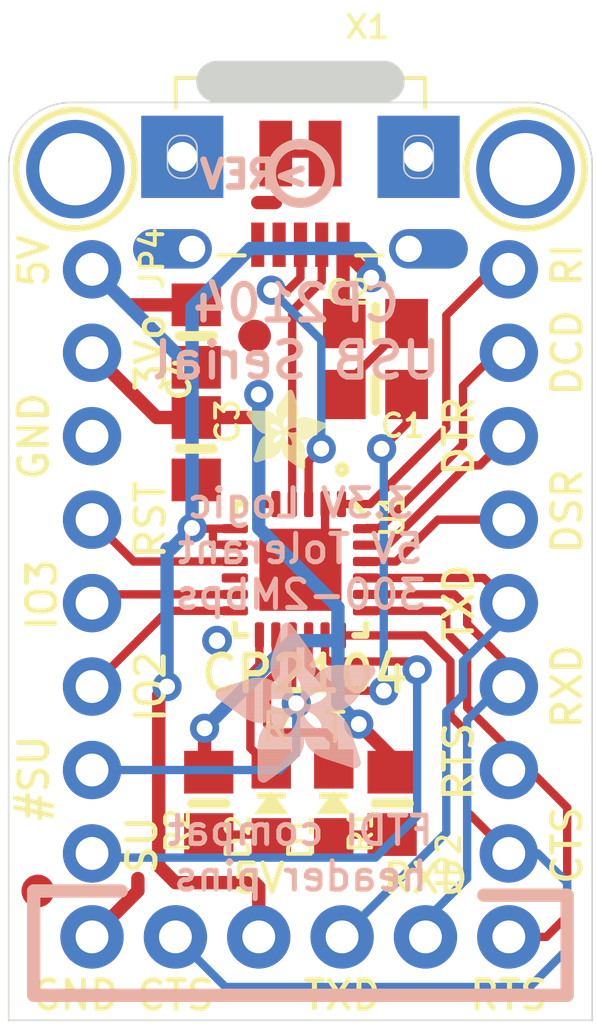
<source format=kicad_pcb>
(kicad_pcb (version 20211014) (generator pcbnew)
  (layers (0 "F.Cu" signal) (31 "B.Cu" signal) (34 "B.Paste" user) (35 "F.Paste" user) (36 "B.SilkS" user "B.Silkscreen") (37 "F.SilkS" user "F.Silkscreen") (38 "B.Mask" user) (39 "F.Mask" user) (44 "Edge.Cuts" user))
  (net 0 "")
  (net 1 "N$2")
  (net 2 "N$3")
  (net 3 "GND")
  (net 4 "N$4")
  (net 5 "VBUS")
  (net 6 "3.3V")
  (net 7 "N$1")
  (net 8 "N$5")
  (net 9 "N$6")
  (net 10 "N$7")
  (net 11 "RXD")
  (net 12 "TXD")
  (net 13 "CTS")
  (net 14 "RTS")
  (net 15 "GPIO2")
  (net 16 "GPIO3")
  (net 17 "RI")
  (net 18 "DCD")
  (net 19 "DTR")
  (net 20 "DSR")
  (net 21 "SUSP")
  (net 22 "#SUSP")
  (net 23 "RST")
  (footprint "boardEagle:0805-NO" (layer "F.Cu") (at 145.3261 98.7681 -90)
    (fp_text reference "C4" (at 2.032 0.127 -90) (layer "F.SilkS") (effects (font (size 0.666496 0.666496) (thickness 0.146304)) (justify left bottom)))
    (fp_text value "0.1uF")
    (pad "1" smd rect (at -0.95 0 270) (size 1.3 1.5) (layers "F.Cu" "F.Paste" "F.Mask") (net 5 "VBUS"))
    (pad "2" smd rect (at 0.95 0 270) (size 1.3 1.5) (layers "F.Cu" "F.Paste" "F.Mask") (net 3 "GND"))
  )
  (footprint "boardEagle:CHIPLED_0805_NOOUTLINE" (layer "F.Cu") (at 147.6121 112.9921)
    (fp_text reference "D2" (at -1.016 1.778 90) (layer "F.SilkS") (effects (font (size 0.692831 0.692831) (thickness 0.119969)) (justify left)))
    (fp_text value "GREEN")
    (pad "A" smd rect (at 0 1.05) (size 1.2 1.2) (layers "F.Cu" "F.Paste" "F.Mask") (net 8 "N$5"))
    (pad "C" smd rect (at 0 -1.05) (size 1.2 1.2) (layers "F.Cu" "F.Paste" "F.Mask") (net 10 "N$7"))
  )
  (footprint "boardEagle:FIDUCIAL_1MM" (layer "F.Cu") (at 147.1041 98.7681)
    (fp_text reference "FID2" hide)
    (fp_text value "FIDUCIAL\"\"" hide)
    (pad "1" smd roundrect (at 0 0) (size 1 1) (layers "F.Cu" "F.Mask") (roundrect_rratio 0.5))
  )
  (footprint "boardEagle:1X08_ROUND_70" (layer "F.Cu") (at 142.1511 105.6261 -90)
    (fp_text reference "JP4" (at -10.2362 -1.8288 90) (layer "F.SilkS") (effects (font (size 0.692831 0.692831) (thickness 0.119969)) (justify right)))
    (fp_text value "Control")
    (pad "1" thru_hole circle (at -8.89 0) (size 1.778 1.778) (drill 1) (layers *.Cu *.Mask) (net 5 "VBUS"))
    (pad "2" thru_hole circle (at -6.35 0) (size 1.778 1.778) (drill 1) (layers *.Cu *.Mask) (net 6 "3.3V"))
    (pad "3" thru_hole circle (at -3.81 0) (size 1.778 1.778) (drill 1) (layers *.Cu *.Mask) (net 3 "GND"))
    (pad "4" thru_hole circle (at -1.27 0) (size 1.778 1.778) (drill 1) (layers *.Cu *.Mask) (net 23 "RST"))
    (pad "5" thru_hole circle (at 1.27 0) (size 1.778 1.778) (drill 1) (layers *.Cu *.Mask) (net 16 "GPIO3"))
    (pad "6" thru_hole circle (at 3.81 0) (size 1.778 1.778) (drill 1) (layers *.Cu *.Mask) (net 15 "GPIO2"))
    (pad "7" thru_hole circle (at 6.35 0) (size 1.778 1.778) (drill 1) (layers *.Cu *.Mask) (net 22 "#SUSP"))
    (pad "8" thru_hole circle (at 8.89 0) (size 1.778 1.778) (drill 1) (layers *.Cu *.Mask) (net 21 "SUSP"))
  )
  (footprint "boardEagle:MOUNTINGHOLE_2.0_PLATED" (layer "F.Cu") (at 155.3591 93.6881)
    (fp_text reference "U$18" hide)
    (fp_text value "MOUNTINGHOLE2.0" hide)
    (pad "P$1" thru_hole circle (at 0 0) (size 3 3) (drill 2.2) (layers *.Cu *.Mask))
  )
  (footprint "boardEagle:0805-NO" (layer "F.Cu") (at 150.7871 98.3871)
    (fp_text reference "C2" (at -1.5875 -0.9525) (layer "F.SilkS") (effects (font (size 0.692831 0.692831) (thickness 0.119969)) (justify left)))
    (fp_text value "10uF")
    (pad "1" smd rect (at -0.95 0) (size 1.3 1.5) (layers "F.Cu" "F.Paste" "F.Mask") (net 5 "VBUS"))
    (pad "2" smd rect (at 0.95 0) (size 1.3 1.5) (layers "F.Cu" "F.Paste" "F.Mask") (net 3 "GND"))
  )
  (footprint "boardEagle:FIDUCIAL_1MM" (layer "F.Cu") (at 140.5001 115.6591)
    (fp_text reference "FID1" hide)
    (fp_text value "FIDUCIAL\"\"" hide)
    (pad "1" smd roundrect (at 0 0) (size 1 1) (layers "F.Cu" "F.Mask") (roundrect_rratio 0.5))
  )
  (footprint "boardEagle:0805-NO" (layer "F.Cu") (at 145.7071 112.9921 90)
    (fp_text reference "R2" (at -1.5875 -0.9525 90) (layer "F.SilkS") (effects (font (size 0.692831 0.692831) (thickness 0.119969)) (justify left)))
    (fp_text value "1K")
    (pad "1" smd rect (at -0.95 0 90) (size 1.3 1.5) (layers "F.Cu" "F.Paste" "F.Mask") (net 8 "N$5"))
    (pad "2" smd rect (at 0.95 0 90) (size 1.3 1.5) (layers "F.Cu" "F.Paste" "F.Mask") (net 6 "3.3V"))
  )
  (footprint "boardEagle:1X08_ROUND_70" (layer "F.Cu") (at 154.8511 105.6261 90)
    (fp_text reference "JP2" (at -10.2362 -1.8288 90) (layer "F.SilkS") (effects (font (size 0.692831 0.692831) (thickness 0.119969)) (justify left)))
    (fp_text value "Modem")
    (pad "1" thru_hole circle (at -8.89 0 180) (size 1.778 1.778) (drill 1) (layers *.Cu *.Mask) (net 13 "CTS"))
    (pad "2" thru_hole circle (at -6.35 0 180) (size 1.778 1.778) (drill 1) (layers *.Cu *.Mask) (net 14 "RTS"))
    (pad "3" thru_hole circle (at -3.81 0 180) (size 1.778 1.778) (drill 1) (layers *.Cu *.Mask) (net 11 "RXD"))
    (pad "4" thru_hole circle (at -1.27 0 180) (size 1.778 1.778) (drill 1) (layers *.Cu *.Mask) (net 12 "TXD"))
    (pad "5" thru_hole circle (at 1.27 0 180) (size 1.778 1.778) (drill 1) (layers *.Cu *.Mask) (net 20 "DSR"))
    (pad "6" thru_hole circle (at 3.81 0 180) (size 1.778 1.778) (drill 1) (layers *.Cu *.Mask) (net 19 "DTR"))
    (pad "7" thru_hole circle (at 6.35 0 180) (size 1.778 1.778) (drill 1) (layers *.Cu *.Mask) (net 18 "DCD"))
    (pad "8" thru_hole circle (at 8.89 0 180) (size 1.778 1.778) (drill 1) (layers *.Cu *.Mask) (net 17 "RI"))
  )
  (footprint "boardEagle:0805-NO" (layer "F.Cu") (at 145.3261 102.1971 -90)
    (fp_text reference "C3" (at -1.5875 -0.9525 90) (layer "F.SilkS") (effects (font (size 0.692831 0.692831) (thickness 0.119969)) (justify right)))
    (fp_text value "10uF")
    (pad "1" smd rect (at -0.95 0 270) (size 1.3 1.5) (layers "F.Cu" "F.Paste" "F.Mask") (net 6 "3.3V"))
    (pad "2" smd rect (at 0.95 0 270) (size 1.3 1.5) (layers "F.Cu" "F.Paste" "F.Mask") (net 3 "GND"))
  )
  (footprint "boardEagle:MOUNTINGHOLE_2.0_PLATED" (layer "F.Cu") (at 141.6431 93.6881)
    (fp_text reference "U$19" hide)
    (fp_text value "MOUNTINGHOLE2.0" hide)
    (pad "P$1" thru_hole circle (at 0 0) (size 3 3) (drill 2.2) (layers *.Cu *.Mask))
  )
  (footprint "boardEagle:4UCONN_20329_V2" (layer "F.Cu") (at 148.5011 95.2121 180)
    (fp_text reference "X1" (at -2.778 5.852) (layer "F.SilkS") (effects (font (size 0.692831 0.692831) (thickness 0.119969)) (justify right)))
    (fp_text value "20329")
    (fp_line (start 4.05 1.6) (end 4.05 2.2) (layer "Edge.Cuts") (width 0.05))
    (fp_line (start -3.15 1.6) (end -3.15 2.15) (layer "Edge.Cuts") (width 0.05))
    (fp_line (start -3.5 2.55) (end -3.7 2.55) (layer "Edge.Cuts") (width 0.05))
    (fp_line (start -4.05 2.15) (end -4.05 1.6) (layer "Edge.Cuts") (width 0.05))
    (fp_line (start -3.7 1.25) (end -3.5 1.25) (layer "Edge.Cuts") (width 0.05))
    (fp_line (start 3.15 2.2) (end 3.15 1.6) (layer "Edge.Cuts") (width 0.05))
    (fp_arc (start 3.6 1.25) (mid 3.897487 1.331802) (end 4.05 1.6) (layer "Edge.Cuts") (width 0.05))
    (fp_arc (start 3.15 1.6) (mid 3.302513 1.331802) (end 3.6 1.25) (layer "Edge.Cuts") (width 0.05))
    (fp_arc (start -3.15 2.15) (mid -3.242157 2.422487) (end -3.5 2.55) (layer "Edge.Cuts") (width 0.05))
    (fp_arc (start -3.5 1.25) (mid -3.252513 1.352513) (end -3.15 1.6) (layer "Edge.Cuts") (width 0.05))
    (fp_arc (start 3.6 2.55) (mid 3.302513 2.468198) (end 3.15 2.2) (layer "Edge.Cuts") (width 0.05))
    (fp_arc (start 4.05 2.2) (mid 3.897487 2.468198) (end 3.6 2.55) (layer "Edge.Cuts") (width 0.05))
    (fp_arc (start -4.05 1.6) (mid -3.947487 1.352513) (end -3.7 1.25) (layer "Edge.Cuts") (width 0.05))
    (fp_arc (start -3.7 2.55) (mid -3.957843 2.422487) (end -4.05 2.15) (layer "Edge.Cuts") (width 0.05))
    (pad "" np_thru_hole circle (at -1.95 0 180) (size 0.7 0.7) (drill 0.7) (layers *.Cu *.Mask))
    (pad "" np_thru_hole circle (at 1.95 0 180) (size 0.7 0.7) (drill 0.7) (layers *.Cu *.Mask))
    (pad "BASE@1" smd rect (at -0.75 2 270) (size 2 1) (layers "F.Cu" "F.Paste" "F.Mask") (net 3 "GND"))
    (pad "BASE@2" smd rect (at 0.75 2 270) (size 2 1) (layers "F.Cu" "F.Paste" "F.Mask") (net 3 "GND"))
    (pad "D+" smd rect (at 0 -0.775 180) (size 0.4 1.35) (layers "F.Cu" "F.Paste") (net 1 "N$2"))
    (pad "D-" smd rect (at -0.65 -0.775 180) (size 0.4 1.35) (layers "F.Cu" "F.Paste") (net 2 "N$3"))
    (pad "GND" smd rect (at 1.3 -0.775 180) (size 0.4 1.35) (layers "F.Cu" "F.Paste") (net 3 "GND"))
    (pad "ID" smd rect (at 0.65 -0.775 180) (size 0.4 1.35) (layers "F.Cu" "F.Paste"))
    (pad "SPRT@1" thru_hole oval (at -3.3 -0.9) (size 2.4 1.2) (drill 0.8 (offset 0.6 0)) (layers *.Cu *.Mask) (net 3 "GND"))
    (pad "SPRT@2" thru_hole oval (at 3.3 -0.9 180) (size 2.4 1.2) (drill 0.8 (offset 0.6 0)) (layers *.Cu *.Mask) (net 3 "GND"))
    (pad "SPRT@3" thru_hole rect (at -3.6 1.9 270) (size 2.5 2.5) (drill 0.9) (layers *.Cu *.Mask) (net 3 "GND"))
    (pad "SPRT@4" thru_hole rect (at 3.6 1.9 270) (size 2.5 2.5) (drill 0.9) (layers *.Cu *.Mask) (net 3 "GND"))
    (pad "VBUS" smd rect (at -1.3 -0.775 180) (size 0.4 1.35) (layers "F.Cu" "F.Paste") (net 5 "VBUS"))
  )
  (footprint "boardEagle:0805-NO" (layer "F.Cu") (at 151.2951 112.9921 90)
    (fp_text reference "R1" (at -1.5875 -0.9525 90) (layer "F.SilkS") (effects (font (size 0.692831 0.692831) (thickness 0.119969)) (justify left)))
    (fp_text value "1K")
    (pad "1" smd rect (at -0.95 0 90) (size 1.3 1.5) (layers "F.Cu" "F.Paste" "F.Mask") (net 7 "N$1"))
    (pad "2" smd rect (at 0.95 0 90) (size 1.3 1.5) (layers "F.Cu" "F.Paste" "F.Mask") (net 6 "3.3V"))
  )
  (footprint "boardEagle:CHIPLED_0805_NOOUTLINE" (layer "F.Cu") (at 149.5171 112.9921)
    (fp_text reference "D1" (at -1.016 1.778 90) (layer "F.SilkS") (effects (font (size 0.692831 0.692831) (thickness 0.119969)) (justify left)))
    (fp_text value "RED")
    (pad "A" smd rect (at 0 1.05) (size 1.2 1.2) (layers "F.Cu" "F.Paste" "F.Mask") (net 7 "N$1"))
    (pad "C" smd rect (at 0 -1.05) (size 1.2 1.2) (layers "F.Cu" "F.Paste" "F.Mask") (net 9 "N$6"))
  )
  (footprint "boardEagle:ADAFRUIT_2.5MM" (layer "F.Cu") (at 146.8501 102.8321)
    (fp_text reference "U$8" hide)
    (fp_text value "" hide)
  )
  (footprint "boardEagle:1X06_ROUND_76" (layer "F.Cu") (at 148.5011 117.0561)
    (fp_text reference "JP1" hide)
    (fp_text value "FTDI")
    (pad "1" thru_hole circle (at -6.35 0 90) (size 1.9304 1.9304) (drill 1) (layers *.Cu *.Mask) (net 3 "GND"))
    (pad "2" thru_hole circle (at -3.81 0 90) (size 1.9304 1.9304) (drill 1) (layers *.Cu *.Mask) (net 13 "CTS"))
    (pad "3" thru_hole circle (at -1.27 0 90) (size 1.9304 1.9304) (drill 1) (layers *.Cu *.Mask) (net 5 "VBUS"))
    (pad "4" thru_hole circle (at 1.27 0 90) (size 1.9304 1.9304) (drill 1) (layers *.Cu *.Mask) (net 12 "TXD"))
    (pad "5" thru_hole circle (at 3.81 0 90) (size 1.9304 1.9304) (drill 1) (layers *.Cu *.Mask) (net 11 "RXD"))
    (pad "6" thru_hole circle (at 6.35 0 90) (size 1.9304 1.9304) (drill 1) (layers *.Cu *.Mask) (net 14 "RTS"))
  )
  (footprint "boardEagle:0805-NO" (layer "F.Cu") (at 150.7871 100.5461 180)
    (fp_text reference "C1" (at -1.5875 -0.9525) (layer "F.SilkS") (effects (font (size 0.692831 0.692831) (thickness 0.119969)) (justify right)))
    (fp_text value "10uF")
    (pad "1" smd rect (at -0.95 0 180) (size 1.3 1.5) (layers "F.Cu" "F.Paste" "F.Mask") (net 4 "N$4"))
    (pad "2" smd rect (at 0.95 0 180) (size 1.3 1.5) (layers "F.Cu" "F.Paste" "F.Mask") (net 3 "GND"))
  )
  (footprint "boardEagle:QFN24_4MM_SMSC" (layer "F.Cu") (at 148.5011 105.8801 -90)
    (fp_text reference "U1" (at -2.45 -2.8 90) (layer "F.SilkS") (effects (font (size 0.692831 0.692831) (thickness 0.119969)) (justify right)))
    (fp_text value "CP2104")
    (pad "1" smd roundrect (at -2 -1.25 90) (size 0.8 0.28) (layers "F.Cu" "F.Paste" "F.Mask") (net 17 "RI"))
    (pad "2" smd roundrect (at -2 -0.75 90) (size 0.8 0.28) (layers "F.Cu" "F.Paste" "F.Mask") (net 3 "GND"))
    (pad "3" smd roundrect (at -2 -0.25 90) (size 0.8 0.28) (layers "F.Cu" "F.Paste" "F.Mask") (net 1 "N$2"))
    (pad "4" smd roundrect (at -2 0.25 90) (size 0.8 0.28) (layers "F.Cu" "F.Paste" "F.Mask") (net 2 "N$3"))
    (pad "5" smd roundrect (at -2 0.75 90) (size 0.8 0.28) (layers "F.Cu" "F.Paste" "F.Mask") (net 6 "3.3V"))
    (pad "6" smd roundrect (at -2 1.25 90) (size 0.8 0.28) (layers "F.Cu" "F.Paste" "F.Mask") (net 6 "3.3V"))
    (pad "7" smd roundrect (at -1.25 2) (size 0.8 0.28) (layers "F.Cu" "F.Paste" "F.Mask") (net 5 "VBUS"))
    (pad "8" smd roundrect (at -0.75 2) (size 0.8 0.28) (layers "F.Cu" "F.Paste" "F.Mask") (net 5 "VBUS"))
    (pad "9" smd roundrect (at -0.25 2) (size 0.8 0.28) (layers "F.Cu" "F.Paste" "F.Mask") (net 23 "RST"))
    (pad "10" smd roundrect (at 0.25 2) (size 0.8 0.28) (layers "F.Cu" "F.Paste" "F.Mask"))
    (pad "11" smd roundrect (at 0.75 2) (size 0.8 0.28) (layers "F.Cu" "F.Paste" "F.Mask") (net 16 "GPIO3"))
    (pad "12" smd roundrect (at 1.25 2) (size 0.8 0.28) (layers "F.Cu" "F.Paste" "F.Mask") (net 15 "GPIO2"))
    (pad "13" smd roundrect (at 2 1.25 270) (size 0.8 0.28) (layers "F.Cu" "F.Paste" "F.Mask") (net 10 "N$7"))
    (pad "14" smd roundrect (at 2 0.75 270) (size 0.8 0.28) (layers "F.Cu" "F.Paste" "F.Mask") (net 9 "N$6"))
    (pad "15" smd roundrect (at 2 0.25 270) (size 0.8 0.28) (layers "F.Cu" "F.Paste" "F.Mask") (net 22 "#SUSP"))
    (pad "16" smd roundrect (at 2 -0.25 270) (size 0.8 0.28) (layers "F.Cu" "F.Paste" "F.Mask") (net 4 "N$4"))
    (pad "17" smd roundrect (at 2 -0.75 270) (size 0.8 0.28) (layers "F.Cu" "F.Paste" "F.Mask") (net 21 "SUSP"))
    (pad "18" smd roundrect (at 2 -1.25 270) (size 0.8 0.28) (layers "F.Cu" "F.Paste" "F.Mask") (net 13 "CTS"))
    (pad "19" smd roundrect (at 1.25 -2 180) (size 0.8 0.28) (layers "F.Cu" "F.Paste" "F.Mask") (net 14 "RTS"))
    (pad "20" smd roundrect (at 0.75 -2 180) (size 0.8 0.28) (layers "F.Cu" "F.Paste" "F.Mask") (net 11 "RXD"))
    (pad "21" smd roundrect (at 0.25 -2 180) (size 0.8 0.28) (layers "F.Cu" "F.Paste" "F.Mask") (net 12 "TXD"))
    (pad "22" smd roundrect (at -0.25 -2 180) (size 0.8 0.28) (layers "F.Cu" "F.Paste" "F.Mask") (net 20 "DSR"))
    (pad "23" smd roundrect (at -0.75 -2 180) (size 0.8 0.28) (layers "F.Cu" "F.Paste" "F.Mask") (net 19 "DTR"))
    (pad "24" smd roundrect (at -1.25 -2 180) (size 0.8 0.28) (layers "F.Cu" "F.Paste" "F.Mask") (net 18 "DCD"))
    (pad "THERM" smd rect (at 0 0 270) (size 2.5 2.5) (layers "F.Cu" "F.Mask") (net 3 "GND"))
  )
  (footprint "boardEagle:ADAFRUIT_5MM" (layer "B.Cu") (at 150.7871 112.3571 180)
    (fp_text reference "U$22" hide)
    (fp_text value "" hide)
  )
  (footprint "boardEagle:PCBFEAT-REV-040" (layer "B.Cu") (at 148.5011 93.8151 180)
    (fp_text reference "U$17" hide)
    (fp_text value "" hide)
    (fp_text user ">REV" (at -0.3556 -0.508) (layer "B.SilkS") (effects (font (size 0.8128 0.8128) (thickness 0.2032)) (justify left bottom mirror)))
  )
  (gr_line (start 156.6291 118.8341) (end 156.6291 115.7861) (layer "B.SilkS") (width 0.4064))
  (gr_line (start 140.3731 115.6591) (end 140.3731 118.8341) (layer "B.SilkS") (width 0.4064))
  (gr_line (start 156.6291 115.7861) (end 154.0891 115.7861) (layer "B.SilkS") (width 0.4064))
  (gr_line (start 143.0401 115.6591) (end 140.3731 115.6591) (layer "B.SilkS") (width 0.4064))
  (gr_line (start 140.3731 118.8341) (end 156.6291 118.8341) (layer "B.SilkS") (width 0.4064))
  (gr_arc (start 155.4861 91.6561) (mid 156.833138 92.214062) (end 157.3911 93.5611) (layer "Edge.Cuts") (width 0.05))
  (gr_line (start 157.3911 93.5611) (end 157.3911 119.5961) (layer "Edge.Cuts") (width 0.05))
  (gr_line (start 157.3911 119.5961) (end 139.6111 119.5961) (layer "Edge.Cuts") (width 0.05))
  (gr_arc (start 139.6111 93.5611) (mid 140.169062 92.214062) (end 141.5161 91.6561) (layer "Edge.Cuts") (width 0.05))
  (gr_line (start 141.5161 91.6561) (end 155.4861 91.6561) (layer "Edge.Cuts") (width 0.05))
  (gr_line (start 145.9611 91.0211) (end 151.0411 91.0211) (layer "Edge.Cuts") (width 1.27))
  (gr_line (start 139.6111 119.5961) (end 139.6111 93.5611) (layer "Edge.Cuts") (width 0.05))
  (gr_text "FTDI compat\nheader pins" (at 148.5011 114.5161) (layer "B.SilkS") (effects (font (size 0.8636 0.8636) (thickness 0.1524)) (justify mirror)))
  (gr_text "3.3V Logic\n5V Tolerant\n300-2Mbps" (at 148.5011 105.2451) (layer "B.SilkS") (effects (font (size 0.8636 0.8636) (thickness 0.1524)) (justify mirror)))
  (gr_text "CP2104\nUSB Serial" (at 148.3741 98.6411) (layer "B.SilkS") (effects (font (size 1.0795 1.0795) (thickness 0.1905)) (justify mirror)))
  (gr_text "5V" (at 140.3731 96.4821 90) (layer "F.SilkS") (effects (font (size 0.8636 0.8636) (thickness 0.1524))))
  (gr_text "DCD" (at 156.6291 99.2761 90) (layer "F.SilkS") (effects (font (size 0.8636 0.8636) (thickness 0.1524))))
  (gr_text "CP2104" (at 148.6281 109.0551) (layer "F.SilkS") (effects (font (size 1.0795 1.0795) (thickness 0.1905))))
  (gr_text "IO2" (at 143.9291 109.4361 90) (layer "F.SilkS") (effects (font (size 0.8636 0.8636) (thickness 0.1524))))
  (gr_text "RST" (at 143.9291 104.3561 90) (layer "F.SilkS") (effects (font (size 0.8636 0.8636) (thickness 0.1524))))
  (gr_text "IO3" (at 140.6271 106.6421 90) (layer "F.SilkS") (effects (font (size 0.8636 0.8636) (thickness 0.1524))))
  (gr_text "#SU" (at 140.3731 112.2301 90) (layer "F.SilkS") (effects (font (size 0.8636 0.8636) (thickness 0.1524))))
  (gr_text "SU" (at 143.6751 114.2621 90) (layer "F.SilkS") (effects (font (size 0.8636 0.8636) (thickness 0.1524))))
  (gr_text "GND" (at 140.3731 101.8161 90) (layer "F.SilkS") (effects (font (size 0.8636 0.8636) (thickness 0.1524))))
  (gr_text "T" (at 149.1361 111.2141) (layer "F.SilkS") (effects (font (size 0.89408 0.89408) (thickness 0.12192)) (justify left bottom)))
  (gr_text "GND" (at 141.6431 118.8341) (layer "F.SilkS") (effects (font (size 0.8636 0.8636) (thickness 0.1524))))
  (gr_text "RTS" (at 154.8511 118.8341) (layer "F.SilkS") (effects (font (size 0.8636 0.8636) (thickness 0.1524))))
  (gr_text "CTS" (at 156.6291 114.2621 90) (layer "F.SilkS") (effects (font (size 0.8636 0.8636) (thickness 0.1524))))
  (gr_text "RXD" (at 156.6291 109.4361 90) (layer "F.SilkS") (effects (font (size 0.8636 0.8636) (thickness 0.1524))))
  (gr_text "CTS" (at 144.6911 118.8341) (layer "F.SilkS") (effects (font (size 0.8636 0.8636) (thickness 0.1524))))
  (gr_text "RI" (at 156.6291 96.6091 90) (layer "F.SilkS") (effects (font (size 0.8636 0.8636) (thickness 0.1524))))
  (gr_text "RTS" (at 153.3271 111.7221 90) (layer "F.SilkS") (effects (font (size 0.8636 0.8636) (thickness 0.1524))))
  (gr_text "DSR" (at 156.6291 104.1021 90) (layer "F.SilkS") (effects (font (size 0.8636 0.8636) (thickness 0.1524))))
  (gr_text "5V" (at 147.2311 115.2781) (layer "F.SilkS") (effects (font (size 0.8636 0.8636) (thickness 0.1524))))
  (gr_text "RXD" (at 152.3111 115.2781) (layer "F.SilkS") (effects (font (size 0.8636 0.8636) (thickness 0.1524))))
  (gr_text "3Vo" (at 143.9291 99.2761 90) (layer "F.SilkS") (effects (font (size 0.8636 0.8636) (thickness 0.1524))))
  (gr_text "DTR" (at 153.3271 101.8161 90) (layer "F.SilkS") (effects (font (size 0.8636 0.8636) (thickness 0.1524))))
  (gr_text "R" (at 147.2311 111.2141) (layer "F.SilkS") (effects (font (size 0.89408 0.89408) (thickness 0.12192)) (justify left bottom)))
  (gr_text "TXD" (at 153.3271 106.8961 90) (layer "F.SilkS") (effects (font (size 0.8636 0.8636) (thickness 0.1524))))
  (gr_text "TXD" (at 149.7711 118.8341) (layer "F.SilkS") (effects (font (size 0.8636 0.8636) (thickness 0.1524))))
  (segment (start 148.5011 95.9871) (end 148.5011 96.9901) (width 0.254) (layer "F.Cu") (net 1))
  (segment (start 149.1361 102.1971) (end 148.7511 102.5821) (width 0.254) (layer "F.Cu") (net 1))
  (segment (start 148.5011 96.9901) (end 148.1201 97.3711) (width 0.254) (layer "F.Cu") (net 1))
  (segment (start 148.1201 97.3711) (end 147.6121 97.3711) (width 0.254) (layer "F.Cu") (net 1))
  (segment (start 148.7511 102.5821) (end 148.7511 103.8801) (width 0.254) (layer "F.Cu") (net 1))
  (via (at 149.1361 102.1971) (size 0.889) (drill 0.4826) (layers "F.Cu" "B.Cu") (net 1))
  (via (at 147.6121 97.3711) (size 0.889) (drill 0.4826) (layers "F.Cu" "B.Cu") (net 1))
  (segment (start 149.1361 98.8951) (end 149.1361 102.1971) (width 0.254) (layer "B.Cu") (net 1))
  (segment (start 147.6121 97.3711) (end 149.1361 98.8951) (width 0.254) (layer "B.Cu") (net 1))
  (segment (start 149.1511 97.1021) (end 148.2511 98.0021) (width 0.254) (layer "F.Cu") (net 2))
  (segment (start 148.2511 98.0021) (end 148.2511 103.8801) (width 0.254) (layer "F.Cu") (net 2))
  (segment (start 149.1511 95.9871) (end 149.1511 97.1021) (width 0.254) (layer "F.Cu") (net 2))
  (segment (start 149.2511 93.2121) (end 149.3511 93.3121) (width 0.254) (layer "F.Cu") (net 3))
  (segment (start 147.2011 94.7041) (end 147.7391 94.7041) (width 0.4064) (layer "F.Cu") (net 3))
  (segment (start 147.7511 93.2121) (end 149.2511 93.2121) (width 0.254) (layer "F.Cu") (net 3))
  (segment (start 143.5481 115.6591) (end 143.5481 115.2781) (width 0.4064) (layer "F.Cu") (net 3))
  (segment (start 149.8371 100.2871) (end 151.7371 98.3871) (width 0.254) (layer "F.Cu") (net 3))
  (segment (start 149.8371 100.5461) (end 149.8371 100.2871) (width 0.254) (layer "F.Cu") (net 3))
  (segment (start 149.2511 105.8801) (end 148.5011 105.8801) (width 0.254) (layer "F.Cu") (net 3))
  (segment (start 149.2511 103.8801) (end 149.2511 105.8801) (width 0.254) (layer "F.Cu") (net 3))
  (segment (start 142.1511 117.0561) (end 143.5481 115.6591) (width 0.4064) (layer "F.Cu") (net 3))
  (via (at 145.9611 108.0391) (size 0.9064) (drill 0.5) (layers "F.Cu" "B.Cu") (net 3))
  (segment (start 148.7511 108.7971) (end 149.5171 109.5631) (width 0.254) (layer "F.Cu") (net 4))
  (segment (start 151.7371 100.5461) (end 151.7371 101.4351) (width 0.254) (layer "F.Cu") (net 4))
  (segment (start 148.7511 107.8801) (end 148.7511 108.7971) (width 0.254) (layer "F.Cu") (net 4))
  (segment (start 149.5171 109.5631) (end 151.0411 109.5631) (width 0.254) (layer "F.Cu") (net 4))
  (segment (start 151.7371 101.4351) (end 150.9751 102.1971) (width 0.254) (layer "F.Cu") (net 4))
  (via (at 151.0411 109.5631) (size 0.889) (drill 0.4826) (layers "F.Cu" "B.Cu") (net 4))
  (via (at 150.9751 102.1971) (size 0.889) (drill 0.4826) (layers "F.Cu" "B.Cu") (net 4))
  (segment (start 151.0411 102.2631) (end 151.0411 109.5631) (width 0.254) (layer "B.Cu") (net 4))
  (segment (start 150.9751 102.1971) (end 151.0411 102.2631) (width 0.254) (layer "B.Cu") (net 4))
  (segment (start 149.8011 98.3511) (end 149.8371 98.3871) (width 0.4064) (layer "F.Cu") (net 5))
  (segment (start 145.8341 105.1181) (end 146.5011 105.1181) (width 0.254) (layer "F.Cu") (net 5))
  (segment (start 149.8011 96.1311) (end 149.8011 95.9871) (width 0.254) (layer "F.Cu") (net 5))
  (segment (start 147.2311 115.5321) (end 147.1041 115.4051) (width 0.4064) (layer "F.Cu") (net 5))
  (segment (start 145.2191 104.6301) (end 145.1991 104.6101) (width 0.254) (layer "F.Cu") (net 5))
  (segment (start 147.2311 117.0561) (end 147.2311 115.5321) (width 0.4064) (layer "F.Cu") (net 5))
  (segment (start 150.6601 96.9901) (end 149.8011 96.1311) (width 0.4064) (layer "F.Cu") (net 5))
  (segment (start 145.8341 104.6301) (end 145.8341 105.1181) (width 0.254) (layer "F.Cu") (net 5))
  (segment (start 147.1041 115.4051) (end 144.6911 115.4051) (width 0.4064) (layer "F.Cu") (net 5))
  (segment (start 144.6911 115.4051) (end 144.1831 114.8971) (width 0.4064) (layer "F.Cu") (net 5))
  (segment (start 144.1831 114.8971) (end 144.1831 109.6901) (width 0.4064) (layer "F.Cu") (net 5))
  (segment (start 145.3261 97.8181) (end 143.2331 97.8181) (width 0.4064) (layer "F.Cu") (net 5))
  (segment (start 146.5011 104.6301) (end 145.8341 104.6301) (width 0.254) (layer "F.Cu") (net 5))
  (segment (start 143.2331 97.8181) (end 142.1511 96.7361) (width 0.4064) (layer "F.Cu") (net 5))
  (segment (start 145.8341 104.6301) (end 145.2191 104.6301) (width 0.254) (layer "F.Cu") (net 5))
  (segment (start 146.5011 105.1181) (end 146.5011 105.1301) (width 0.254) (layer "F.Cu") (net 5))
  (segment (start 149.8011 95.9871) (end 149.8011 98.3511) (width 0.4064) (layer "F.Cu") (net 5))
  (segment (start 144.1831 109.6901) (end 144.4371 109.4361) (width 0.4064) (layer "F.Cu") (net 5))
  (via (at 150.6601 96.9901) (size 0.889) (drill 0.4826) (layers "F.Cu" "B.Cu") (net 5))
  (via (at 145.1991 104.6101) (size 0.889) (drill 0.4826) (layers "F.Cu" "B.Cu") (net 5))
  (via (at 144.4371 109.4361) (size 0.889) (drill 0.4826) (layers "F.Cu" "B.Cu") (net 5))
  (segment (start 150.4061 96.1011) (end 150.6601 96.3551) (width 0.4064) (layer "B.Cu") (net 5))
  (segment (start 144.5641 105.2451) (end 145.1991 104.6101) (width 0.4064) (layer "B.Cu") (net 5))
  (segment (start 144.4371 109.4361) (end 144.4371 105.2451) (width 0.4064) (layer "B.Cu") (net 5))
  (segment (start 145.1991 97.8791) (end 146.9771 96.1011) (width 0.4064) (layer "B.Cu") (net 5))
  (segment (start 146.9771 96.1011) (end 150.4061 96.1011) (width 0.4064) (layer "B.Cu") (net 5))
  (segment (start 145.1991 99.7841) (end 142.1511 96.7361) (width 0.4064) (layer "B.Cu") (net 5))
  (segment (start 144.4371 105.2451) (end 144.5641 105.2451) (width 0.4064) (layer "B.Cu") (net 5))
  (segment (start 145.1991 97.8791) (end 145.1991 99.7841) (width 0.4064) (layer "B.Cu") (net 5))
  (segment (start 145.1991 104.6101) (end 145.1991 99.7841) (width 0.4064) (layer "B.Cu") (net 5))
  (segment (start 150.6601 96.3551) (end 150.6601 96.9901) (width 0.4064) (layer "B.Cu") (net 5))
  (segment (start 144.1221 101.2471) (end 145.3261 101.2471) (width 0.4064) (layer "F.Cu") (net 6))
  (segment (start 147.7511 103.8801) (end 147.2511 103.8801) (width 0.254) (layer "F.Cu") (net 6))
  (segment (start 142.1511 99.2761) (end 144.1221 101.2471) (width 0.4064) (layer "F.Cu") (net 6))
  (segment (start 145.5801 111.9151) (end 145.7071 112.0421) (width 0.4064) (layer "F.Cu") (net 6))
  (segment (start 145.5801 110.7061) (end 145.5801 111.9151) (width 0.4064) (layer "F.Cu") (net 6))
  (segment (start 147.2511 100.5661) (end 147.2311 100.5461) (width 0.254) (layer "F.Cu") (net 6))
  (segment (start 147.2511 103.8801) (end 147.2511 100.5661) (width 0.254) (layer "F.Cu") (net 6))
  (segment (start 145.3261 101.2471) (end 147.2311 101.2471) (width 0.4064) (layer "F.Cu") (net 6))
  (segment (start 147.2311 101.2471) (end 147.2311 100.5461) (width 0.4064) (layer "F.Cu") (net 6))
  (segment (start 151.2951 111.5951) (end 150.2791 110.5791) (width 0.4064) (layer "F.Cu") (net 6))
  (segment (start 151.2951 112.0421) (end 151.2951 111.5951) (width 0.4064) (layer "F.Cu") (net 6))
  (via (at 150.2791 110.5791) (size 0.889) (drill 0.4826) (layers "F.Cu" "B.Cu") (net 6))
  (via (at 145.5801 110.7061) (size 0.889) (drill 0.4826) (layers "F.Cu" "B.Cu") (net 6))
  (via (at 147.2311 100.5461) (size 0.889) (drill 0.4826) (layers "F.Cu" "B.Cu") (net 6))
  (segment (start 149.5171 108.0391) (end 148.2471 108.0391) (width 0.4064) (layer "B.Cu") (net 6))
  (segment (start 147.2311 104.6101) (end 147.2311 100.5461) (width 0.4064) (layer "B.Cu") (net 6))
  (segment (start 150.2791 110.5791) (end 149.6441 109.9441) (width 0.4064) (layer "B.Cu") (net 6))
  (segment (start 149.6441 107.0231) (end 147.2311 104.6101) (width 0.4064) (layer "B.Cu") (net 6))
  (segment (start 149.5171 108.0391) (end 149.6441 107.9121) (width 0.4064) (layer "B.Cu") (net 6))
  (segment (start 149.6441 107.9121) (end 149.6441 107.0231) (width 0.4064) (layer "B.Cu") (net 6))
  (segment (start 148.2471 108.0391) (end 145.5801 110.7061) (width 0.4064) (layer "B.Cu") (net 6))
  (segment (start 149.6441 109.9441) (end 149.6441 107.9121) (width 0.4064) (layer "B.Cu") (net 6))
  (segment (start 149.5171 114.0421) (end 149.6171 113.9421) (width 0.254) (layer "F.Cu") (net 7))
  (segment (start 149.6171 113.9421) (end 151.2951 113.9421) (width 0.254) (layer "F.Cu") (net 7))
  (segment (start 147.5121 113.9421) (end 145.7071 113.9421) (width 0.254) (layer "F.Cu") (net 8))
  (segment (start 147.6121 114.0421) (end 147.5121 113.9421) (width 0.254) (layer "F.Cu") (net 8))
  (segment (start 147.7391 110.8331) (end 149.2631 110.8331) (width 0.254) (layer "F.Cu") (net 9))
  (segment (start 149.2631 110.8331) (end 149.5171 111.0871) (width 0.254) (layer "F.Cu") (net 9))
  (segment (start 147.7511 107.8801) (end 147.7511 109.0431) (width 0.254) (layer "F.Cu") (net 9))
  (segment (start 149.5171 111.0871) (end 149.5171 111.9421) (width 0.254) (layer "F.Cu") (net 9))
  (segment (start 147.4851 110.5791) (end 147.7391 110.8331) (width 0.254) (layer "F.Cu") (net 9))
  (segment (start 147.7511 109.0431) (end 147.4851 109.3091) (width 0.254) (layer "F.Cu") (net 9))
  (segment (start 147.4851 109.3091) (end 147.4851 110.5791) (width 0.254) (layer "F.Cu") (net 9))
  (segment (start 147.2511 107.8801) (end 147.2511 108.7811) (width 0.254) (layer "F.Cu") (net 10))
  (segment (start 147.2511 108.7811) (end 146.9771 109.0551) (width 0.254) (layer "F.Cu") (net 10))
  (segment (start 146.9771 109.0551) (end 146.9771 111.3071) (width 0.254) (layer "F.Cu") (net 10))
  (segment (start 146.9771 111.3071) (end 147.6121 111.9421) (width 0.254) (layer "F.Cu") (net 10))
  (segment (start 154.8511 108.8011) (end 154.8511 109.4361) (width 0.254) (layer "F.Cu") (net 11))
  (segment (start 150.5011 106.6301) (end 153.1881 106.6301) (width 0.254) (layer "F.Cu") (net 11))
  (segment (start 153.1881 106.6301) (end 153.5811 107.0231) (width 0.254) (layer "F.Cu") (net 11))
  (segment (start 153.5811 107.5311) (end 154.8511 108.8011) (width 0.254) (layer "F.Cu") (net 11))
  (segment (start 153.5811 107.0231) (end 153.5811 107.5311) (width 0.254) (layer "F.Cu") (net 11))
  (segment (start 154.5971 109.4361) (end 154.8511 109.4361) (width 0.254) (layer "B.Cu") (net 11))
  (segment (start 153.5811 115.2781) (end 153.5811 110.4521) (width 0.254) (layer "B.Cu") (net 11))
  (segment (start 152.3111 117.0561) (end 152.3111 116.5481) (width 0.254) (layer "B.Cu") (net 11))
  (segment (start 153.5811 110.4521) (end 154.5971 109.4361) (width 0.254) (layer "B.Cu") (net 11))
  (segment (start 152.3111 116.5481) (end 153.5811 115.2781) (width 0.254) (layer "B.Cu") (net 11))
  (segment (start 154.0851 106.1301) (end 154.8511 106.8961) (width 0.254) (layer "F.Cu") (net 12))
  (segment (start 150.5011 106.1301) (end 154.0851 106.1301) (width 0.254) (layer "F.Cu") (net 12))
  (segment (start 152.9461 110.1981) (end 153.4541 109.6901) (width 0.254) (layer "B.Cu") (net 12))
  (segment (start 149.7711 117.0561) (end 152.9461 113.8811) (width 0.254) (layer "B.Cu") (net 12))
  (segment (start 152.9461 113.8811) (end 152.9461 110.1981) (width 0.254) (layer "B.Cu") (net 12))
  (segment (start 153.4541 108.6741) (end 154.8511 107.2771) (width 0.254) (layer "B.Cu") (net 12))
  (segment (start 154.8511 107.2771) (end 154.8511 106.8961) (width 0.254) (layer "B.Cu") (net 12))
  (segment (start 153.4541 109.6901) (end 153.4541 108.6741) (width 0.254) (layer "B.Cu") (net 12))
  (segment (start 153.5811 110.8331) (end 153.5811 113.2461) (width 0.254) (layer "F.Cu") (net 13))
  (segment (start 152.2791 107.8801) (end 153.0731 108.6741) (width 0.254) (layer "F.Cu") (net 13))
  (segment (start 153.0731 108.6741) (end 153.0731 110.3251) (width 0.254) (layer "F.Cu") (net 13))
  (segment (start 153.0731 110.3251) (end 153.5811 110.8331) (width 0.254) (layer "F.Cu") (net 13))
  (segment (start 149.7511 107.8801) (end 152.2791 107.8801) (width 0.254) (layer "F.Cu") (net 13))
  (segment (start 153.5811 113.2461) (end 154.8511 114.5161) (width 0.254) (layer "F.Cu") (net 13))
  (segment (start 155.4861 118.5801) (end 156.6291 117.4371) (width 0.254) (layer "B.Cu") (net 13))
  (segment (start 144.6911 117.0561) (end 146.2151 118.5801) (width 0.254) (layer "B.Cu") (net 13))
  (segment (start 156.6291 117.4371) (end 156.6291 115.4051) (width 0.254) (layer "B.Cu") (net 13))
  (segment (start 155.7401 114.5161) (end 154.8511 114.5161) (width 0.254) (layer "B.Cu") (net 13))
  (segment (start 156.6291 115.4051) (end 155.7401 114.5161) (width 0.254) (layer "B.Cu") (net 13))
  (segment (start 146.2151 118.5801) (end 155.4861 118.5801) (width 0.254) (layer "B.Cu") (net 13))
  (segment (start 156.6291 116.4211) (end 155.9941 117.0561) (width 0.254) (layer "F.Cu") (net 14))
  (segment (start 155.9941 117.0561) (end 154.8511 117.0561) (width 0.254) (layer "F.Cu") (net 14))
  (segment (start 153.5811 108.4201) (end 153.5811 110.0711) (width 0.254) (layer "F.Cu") (net 14))
  (segment (start 154.8511 111.9761) (end 155.4861 111.9761) (width 0.254) (layer "F.Cu") (net 14))
  (segment (start 152.9461 107.2771) (end 152.9461 107.7851) (width 0.254) (layer "F.Cu") (net 14))
  (segment (start 150.5011 107.1301) (end 152.7991 107.1301) (width 0.254) (layer "F.Cu") (net 14))
  (segment (start 155.4861 111.9761) (end 156.6291 113.1191) (width 0.254) (layer "F.Cu") (net 14))
  (segment (start 152.7991 107.1301) (end 152.9461 107.2771) (width 0.254) (layer "F.Cu") (net 14))
  (segment (start 154.8511 111.3411) (end 154.8511 111.9761) (width 0.254) (layer "F.Cu") (net 14))
  (segment (start 156.6291 113.1191) (end 156.6291 116.4211) (width 0.254) (layer "F.Cu") (net 14))
  (segment (start 153.5811 110.0711) (end 154.8511 111.3411) (width 0.254) (layer "F.Cu") (net 14))
  (segment (start 152.9461 107.7851) (end 153.5811 108.4201) (width 0.254) (layer "F.Cu") (net 14))
  (segment (start 142.1511 109.4361) (end 144.4571 107.1301) (width 0.254) (layer "F.Cu") (net 15))
  (segment (start 144.4571 107.1301) (end 146.5011 107.1301) (width 0.254) (layer "F.Cu") (net 15))
  (segment (start 142.1511 106.8961) (end 142.4171 106.6301) (width 0.254) (layer "F.Cu") (net 16))
  (segment (start 142.4171 106.6301) (end 146.5011 106.6301) (width 0.254) (layer "F.Cu") (net 16))
  (segment (start 150.6281 103.8801) (end 152.9461 101.5621) (width 0.254) (layer "F.Cu") (net 17))
  (segment (start 150.6281 103.8801) (end 149.7511 103.8801) (width 0.254) (layer "F.Cu") (net 17))
  (segment (start 152.9461 98.1331) (end 154.3431 96.7361) (width 0.254) (layer "F.Cu") (net 17))
  (segment (start 152.9461 101.5621) (end 152.9461 98.1331) (width 0.254) (layer "F.Cu") (net 17))
  (segment (start 154.3431 96.7361) (end 154.8511 96.7361) (width 0.254) (layer "F.Cu") (net 17))
  (segment (start 150.9141 104.6101) (end 150.5211 104.6101) (width 0.254) (layer "F.Cu") (net 18))
  (segment (start 154.4701 99.2761) (end 154.8511 99.2761) (width 0.254) (layer "F.Cu") (net 18))
  (segment (start 150.9141 104.6101) (end 153.4541 102.0701) (width 0.254) (layer "F.Cu") (net 18))
  (segment (start 150.5211 104.6101) (end 150.5011 104.6301) (width 0.254) (layer "F.Cu") (net 18))
  (segment (start 153.4541 100.2921) (end 154.4701 99.2761) (width 0.254) (layer "F.Cu") (net 18))
  (segment (start 153.4541 102.0701) (end 153.4541 100.2921) (width 0.254) (layer "F.Cu") (net 18))
  (segment (start 150.5011 105.1301) (end 151.1561 105.1301) (width 0.254) (layer "F.Cu") (net 19))
  (segment (start 153.5811 102.7051) (end 153.9621 102.7051) (width 0.254) (layer "F.Cu") (net 19))
  (segment (start 153.9621 102.7051) (end 154.8511 101.8161) (width 0.254) (layer "F.Cu") (net 19))
  (segment (start 151.1561 105.1301) (end 153.5811 102.7051) (width 0.254) (layer "F.Cu") (net 19))
  (segment (start 152.6921 104.3561) (end 154.8511 104.3561) (width 0.254) (layer "F.Cu") (net 20))
  (segment (start 151.4181 105.6301) (end 152.6921 104.3561) (width 0.254) (layer "F.Cu") (net 20))
  (segment (start 150.5011 105.6301) (end 151.4181 105.6301) (width 0.254) (layer "F.Cu") (net 20))
  (segment (start 149.3781 108.6741) (end 151.8031 108.6741) (width 0.254) (layer "F.Cu") (net 21))
  (segment (start 149.2511 107.8801) (end 149.2511 108.5471) (width 0.254) (layer "F.Cu") (net 21))
  (segment (start 151.8031 108.6741) (end 152.0571 108.9281) (width 0.254) (layer "F.Cu") (net 21))
  (segment (start 149.2511 108.5471) (end 149.3781 108.6741) (width 0.254) (layer "F.Cu") (net 21))
  (via (at 152.0571 108.9281) (size 0.889) (drill 0.4826) (layers "F.Cu" "B.Cu") (net 21))
  (segment (start 152.0571 108.9281) (end 152.0571 113.3731) (width 0.254) (layer "B.Cu") (net 21))
  (segment (start 150.7871 114.6431) (end 142.2781 114.6431) (width 0.254) (layer "B.Cu") (net 21))
  (segment (start 142.2781 114.6431) (end 142.1511 114.5161) (width 0.254) (layer "B.Cu") (net 21))
  (segment (start 152.0571 113.3731) (end 150.7871 114.6431) (width 0.254) (layer "B.Cu") (net 21))
  (segment (start 148.2511 107.8801) (end 148.2511 109.8211) (width 0.254) (layer "F.Cu") (net 22))
  (segment (start 148.2511 109.8211) (end 148.3741 109.9441) (width 0.254) (layer "F.Cu") (net 22))
  (via (at 148.3741 109.9441) (size 0.889) (drill 0.4826) (layers "F.Cu" "B.Cu") (net 22))
  (segment (start 148.3741 111.4681) (end 147.8661 111.9761) (width 0.254) (layer "B.Cu") (net 22))
  (segment (start 148.3741 109.9441) (end 148.3741 111.4681) (width 0.254) (layer "B.Cu") (net 22))
  (segment (start 147.8661 111.9761) (end 142.1511 111.9761) (width 0.254) (layer "B.Cu") (net 22))
  (segment (start 142.1511 104.3561) (end 143.4251 105.6301) (width 0.254) (layer "F.Cu") (net 23))
  (segment (start 143.4251 105.6301) (end 146.5011 105.6301) (width 0.254) (layer "F.Cu") (net 23))
)
</source>
